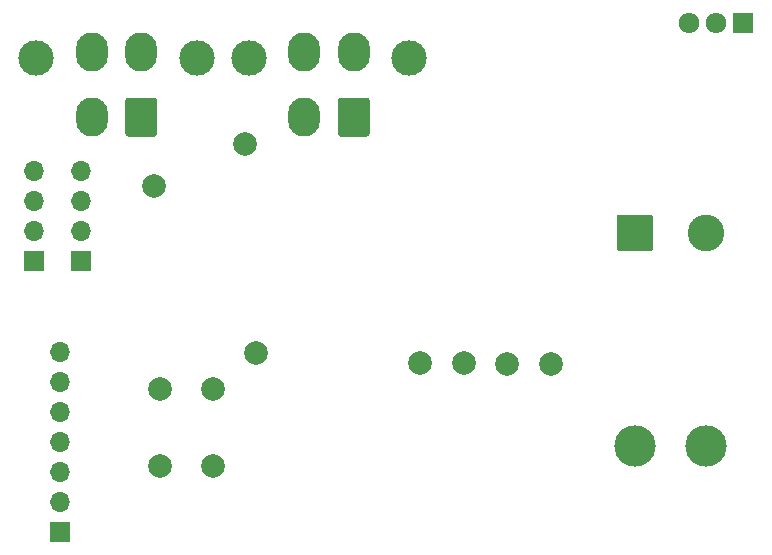
<source format=gbr>
%TF.GenerationSoftware,KiCad,Pcbnew,(5.1.9)-1*%
%TF.CreationDate,2021-05-20T13:27:56+02:00*%
%TF.ProjectId,PEE50-CurrentProtectionTemplate,50454535-302d-4437-9572-72656e745072,rev?*%
%TF.SameCoordinates,Original*%
%TF.FileFunction,Soldermask,Bot*%
%TF.FilePolarity,Negative*%
%FSLAX46Y46*%
G04 Gerber Fmt 4.6, Leading zero omitted, Abs format (unit mm)*
G04 Created by KiCad (PCBNEW (5.1.9)-1) date 2021-05-20 13:27:56*
%MOMM*%
%LPD*%
G01*
G04 APERTURE LIST*
%ADD10C,3.100000*%
%ADD11C,3.500000*%
%ADD12O,1.717500X1.800000*%
%ADD13R,1.717500X1.800000*%
%ADD14O,2.700000X3.300000*%
%ADD15C,3.000000*%
%ADD16O,1.700000X1.700000*%
%ADD17R,1.700000X1.700000*%
%ADD18C,2.000000*%
G04 APERTURE END LIST*
%TO.C,R5*%
G36*
G01*
X66250000Y-36400001D02*
X66250000Y-33799999D01*
G75*
G02*
X66499999Y-33550000I249999J0D01*
G01*
X69100001Y-33550000D01*
G75*
G02*
X69350000Y-33799999I0J-249999D01*
G01*
X69350000Y-36400001D01*
G75*
G02*
X69100001Y-36650000I-249999J0D01*
G01*
X66499999Y-36650000D01*
G75*
G02*
X66250000Y-36400001I0J249999D01*
G01*
G37*
D10*
X73800000Y-35100000D03*
D11*
X67800000Y-53100000D03*
X73800000Y-53100000D03*
%TD*%
D12*
%TO.C,Q1*%
X72410000Y-17350000D03*
X74700000Y-17350000D03*
D13*
X76990000Y-17350000D03*
%TD*%
%TO.C,J3*%
G36*
G01*
X45350000Y-23900001D02*
X45350000Y-26699999D01*
G75*
G02*
X45099999Y-26950000I-250001J0D01*
G01*
X42900001Y-26950000D01*
G75*
G02*
X42650000Y-26699999I0J250001D01*
G01*
X42650000Y-23900001D01*
G75*
G02*
X42900001Y-23650000I250001J0D01*
G01*
X45099999Y-23650000D01*
G75*
G02*
X45350000Y-23900001I0J-250001D01*
G01*
G37*
D14*
X39800000Y-25300000D03*
X44000000Y-19800000D03*
X39800000Y-19800000D03*
D15*
X48700000Y-20260000D03*
X35100000Y-20260000D03*
%TD*%
D16*
%TO.C,J5*%
X19100000Y-45160000D03*
X19100000Y-47700000D03*
X19100000Y-50240000D03*
X19100000Y-52780000D03*
X19100000Y-55320000D03*
X19100000Y-57860000D03*
D17*
X19100000Y-60400000D03*
%TD*%
D16*
%TO.C,J4*%
X20900000Y-29880000D03*
X20900000Y-32420000D03*
X20900000Y-34960000D03*
D17*
X20900000Y-37500000D03*
%TD*%
D18*
%TO.C,TP7*%
X27100000Y-31100000D03*
%TD*%
%TO.C,TP6*%
X34800000Y-27600000D03*
%TD*%
%TO.C,TP4*%
X53300000Y-46100000D03*
%TD*%
%TO.C,TP3*%
X49600000Y-46100000D03*
%TD*%
%TO.C,TP2*%
X60700000Y-46200000D03*
%TD*%
%TO.C,TP1*%
X57000000Y-46200000D03*
%TD*%
%TO.C,TP5*%
X35700000Y-45300000D03*
%TD*%
%TO.C,SW1*%
X27600000Y-48300000D03*
X32100000Y-48300000D03*
X27600000Y-54800000D03*
X32100000Y-54800000D03*
%TD*%
D16*
%TO.C,J2*%
X16885000Y-29863000D03*
X16885000Y-32403000D03*
X16885000Y-34943000D03*
D17*
X16885000Y-37483000D03*
%TD*%
%TO.C,J1*%
G36*
G01*
X27350000Y-23900001D02*
X27350000Y-26699999D01*
G75*
G02*
X27099999Y-26950000I-250001J0D01*
G01*
X24900001Y-26950000D01*
G75*
G02*
X24650000Y-26699999I0J250001D01*
G01*
X24650000Y-23900001D01*
G75*
G02*
X24900001Y-23650000I250001J0D01*
G01*
X27099999Y-23650000D01*
G75*
G02*
X27350000Y-23900001I0J-250001D01*
G01*
G37*
D14*
X21800000Y-25300000D03*
X26000000Y-19800000D03*
X21800000Y-19800000D03*
D15*
X30700000Y-20260000D03*
X17100000Y-20260000D03*
%TD*%
M02*

</source>
